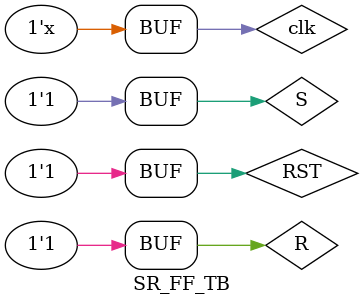
<source format=sv>
`timescale 10ns/1ps

module SR_FF_TB;
  
reg clk,S,R,RST;
wire Q,Qbar;
  
  SR_FF DUT(clk,S,R,RST,Q,Qbar);
  
always #5 clk = ~clk;
  
initial 
  begin
    $dumpfile("dump.vcd");
    $dumpvars;
  end
  
initial 
  begin
    clk=0;
    RST=0;
    #3 RST=1;
  end
  
/*initial 
begin
	clk = 0;
	forever #5 clk = ~clk;
end*/
  
 initial 
   begin 
     S = 0;
     R = 0;
     #20;
     S = 0;
     R = 1;
     #20;
     S = 1;
     R = 0;
     #20;
     S = 1;
     R = 1;
     #20;
   end
  
endmodule


</source>
